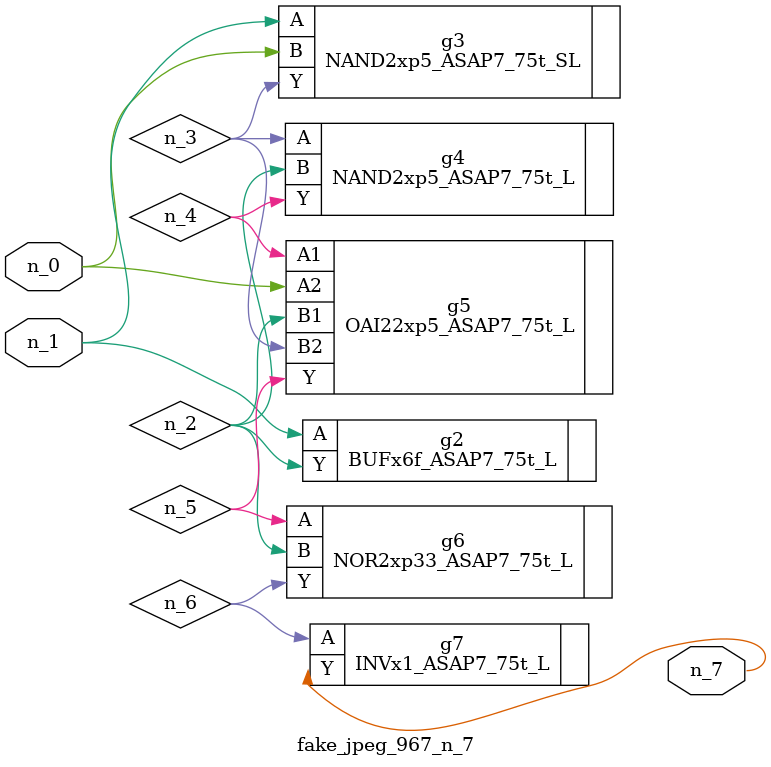
<source format=v>
module fake_jpeg_967_n_7 (n_0, n_1, n_7);

input n_0;
input n_1;

output n_7;

wire n_2;
wire n_3;
wire n_4;
wire n_6;
wire n_5;

BUFx6f_ASAP7_75t_L g2 ( 
.A(n_1),
.Y(n_2)
);

NAND2xp5_ASAP7_75t_SL g3 ( 
.A(n_1),
.B(n_0),
.Y(n_3)
);

NAND2xp5_ASAP7_75t_L g4 ( 
.A(n_3),
.B(n_2),
.Y(n_4)
);

OAI22xp5_ASAP7_75t_L g5 ( 
.A1(n_4),
.A2(n_0),
.B1(n_2),
.B2(n_3),
.Y(n_5)
);

NOR2xp33_ASAP7_75t_L g6 ( 
.A(n_5),
.B(n_2),
.Y(n_6)
);

INVx1_ASAP7_75t_L g7 ( 
.A(n_6),
.Y(n_7)
);


endmodule
</source>
